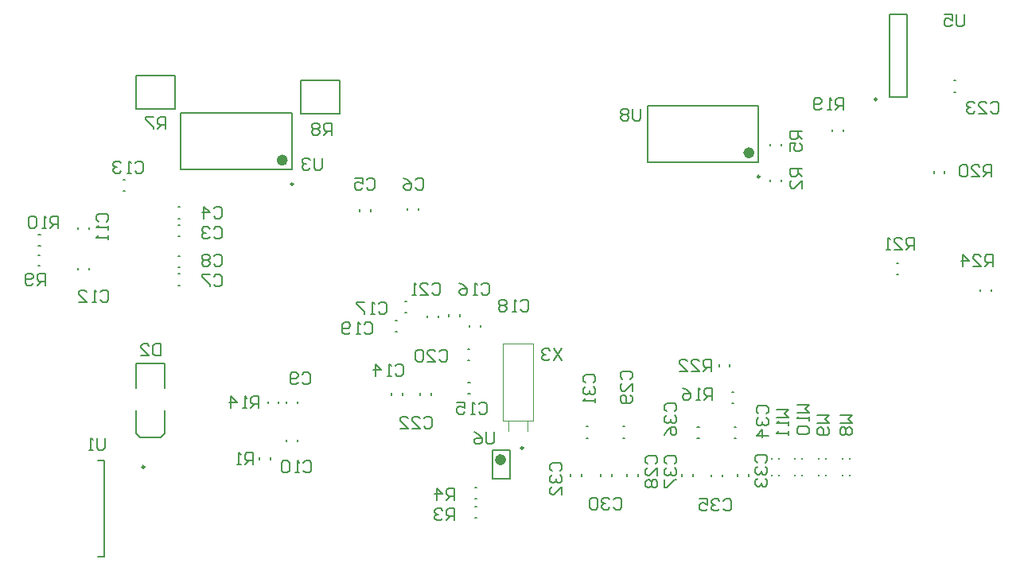
<source format=gbo>
%FSAX24Y24*%
%MOIN*%
G70*
G01*
G75*
G04 Layer_Color=32896*
%ADD10C,0.0100*%
%ADD11R,0.1378X0.0748*%
%ADD12R,0.1732X0.0866*%
%ADD13O,0.0276X0.0984*%
%ADD14R,0.0118X0.0591*%
%ADD15R,0.0591X0.0118*%
%ADD16C,0.0394*%
%ADD17R,0.0472X0.0532*%
%ADD18R,0.0532X0.0472*%
%ADD19R,0.1969X0.2756*%
%ADD20R,0.0551X0.0472*%
%ADD21R,0.0472X0.0551*%
%ADD22R,0.0787X0.0571*%
%ADD23R,0.0591X0.0315*%
%ADD24R,0.0177X0.0453*%
%ADD25C,0.0300*%
%ADD26C,0.0120*%
%ADD27C,0.0591*%
%ADD28C,0.0787*%
%ADD29C,0.0472*%
%ADD30C,0.0650*%
%ADD31C,0.0630*%
%ADD32R,0.0787X0.0787*%
%ADD33C,0.0600*%
%ADD34R,0.0728X0.0728*%
%ADD35C,0.0728*%
%ADD36C,0.1161*%
%ADD37C,0.1043*%
%ADD38C,0.0591*%
%ADD39R,0.0591X0.0591*%
%ADD40R,0.0650X0.0650*%
%ADD41C,0.0984*%
%ADD42R,0.0984X0.0984*%
%ADD43R,0.0591X0.0591*%
%ADD44C,0.1181*%
%ADD45R,0.0591X0.0591*%
%ADD46O,0.1890X0.0787*%
%ADD47O,0.0787X0.1890*%
%ADD48C,0.0240*%
%ADD49R,0.0906X0.0906*%
%ADD50R,0.1634X0.0374*%
%ADD51R,0.3701X0.3228*%
%ADD52O,0.0236X0.0906*%
%ADD53R,0.0374X0.0335*%
%ADD54O,0.0709X0.0177*%
%ADD55O,0.0866X0.0236*%
%ADD56C,0.0200*%
%ADD57C,0.0079*%
%ADD58C,0.0050*%
%ADD59C,0.0098*%
%ADD60C,0.0236*%
%ADD61C,0.0039*%
%ADD62C,0.0080*%
%ADD63C,0.0059*%
%ADD64R,0.1614X0.0748*%
%ADD65R,0.1458X0.0828*%
%ADD66R,0.1812X0.0946*%
%ADD67O,0.0356X0.1064*%
%ADD68R,0.0198X0.0671*%
%ADD69R,0.0671X0.0198*%
%ADD70C,0.0474*%
%ADD71R,0.0552X0.0612*%
%ADD72R,0.0612X0.0552*%
%ADD73R,0.2049X0.2836*%
%ADD74R,0.0631X0.0552*%
%ADD75R,0.0552X0.0631*%
%ADD76R,0.0867X0.0651*%
%ADD77R,0.0671X0.0395*%
%ADD78R,0.0257X0.0533*%
%ADD79C,0.0671*%
%ADD80C,0.0867*%
%ADD81C,0.0552*%
%ADD82C,0.0730*%
%ADD83C,0.0710*%
%ADD84R,0.0867X0.0867*%
%ADD85C,0.0680*%
%ADD86R,0.0808X0.0808*%
%ADD87C,0.0808*%
%ADD88C,0.1241*%
%ADD89C,0.1123*%
%ADD90C,0.0671*%
%ADD91R,0.0671X0.0671*%
%ADD92R,0.0730X0.0730*%
%ADD93C,0.1064*%
%ADD94R,0.1064X0.1064*%
%ADD95R,0.0671X0.0671*%
%ADD96C,0.1261*%
%ADD97R,0.0671X0.0671*%
%ADD98O,0.1970X0.0867*%
%ADD99O,0.0867X0.1970*%
%ADD100C,0.0320*%
%ADD101R,0.0986X0.0986*%
%ADD102R,0.1714X0.0454*%
%ADD103R,0.3781X0.3308*%
%ADD104O,0.0316X0.0986*%
%ADD105R,0.0454X0.0415*%
%ADD106O,0.0789X0.0257*%
%ADD107O,0.0946X0.0316*%
D57*
X062224Y026665D02*
Y026744D01*
X062676Y026665D02*
Y026744D01*
X026840Y023632D02*
X028060D01*
X027883Y020522D02*
X028060Y020699D01*
X026840D02*
X027017Y020522D01*
X027883D01*
X028060Y022608D02*
Y023632D01*
X026840Y022608D02*
Y023632D01*
Y020699D02*
Y021663D01*
X028060Y020699D02*
Y021663D01*
X039236Y022306D02*
Y022385D01*
X038764Y022306D02*
Y022385D01*
X039064Y025556D02*
Y025635D01*
X039536Y025556D02*
Y025635D01*
X040756Y024236D02*
X040835D01*
X040756Y023764D02*
X040835D01*
X050186Y018906D02*
Y018985D01*
X049714Y018906D02*
Y018985D01*
X037715Y024964D02*
X037794D01*
X037715Y025436D02*
X037794D01*
X041286Y025156D02*
Y025235D01*
X040814Y025156D02*
Y025235D01*
X038106Y025764D02*
X038185D01*
X038106Y026236D02*
X038185D01*
X039964Y025606D02*
Y025685D01*
X040436Y025606D02*
Y025685D01*
X040765Y022836D02*
X040844D01*
X040765Y022364D02*
X040844D01*
X038036Y022315D02*
Y022394D01*
X037564Y022315D02*
Y022394D01*
X050365Y020505D02*
X050444D01*
X050365Y020978D02*
X050444D01*
X051436Y018898D02*
Y018976D01*
X050964Y018898D02*
Y018976D01*
X051906Y020978D02*
X051985D01*
X051906Y020505D02*
X051985D01*
X052536Y018906D02*
Y018985D01*
X052064Y018906D02*
Y018985D01*
X026306Y030864D02*
X026385D01*
X026306Y031336D02*
X026385D01*
X024886Y027565D02*
Y027644D01*
X024414Y027565D02*
Y027644D01*
X024886Y029256D02*
Y029335D01*
X024414Y029256D02*
Y029335D01*
X033636Y020361D02*
Y020439D01*
X033164Y020361D02*
Y020439D01*
X033164Y021961D02*
Y022039D01*
X033636Y021961D02*
Y022039D01*
X028606Y028136D02*
X028685D01*
X028606Y027664D02*
X028685D01*
X028606Y027386D02*
X028685D01*
X028606Y026914D02*
X028685D01*
X038686Y030061D02*
Y030139D01*
X038214Y030061D02*
Y030139D01*
X036686Y030011D02*
Y030089D01*
X036214Y030011D02*
Y030089D01*
X028606Y030186D02*
X028685D01*
X028606Y029714D02*
X028685D01*
X028606Y029436D02*
X028685D01*
X028606Y028964D02*
X028685D01*
X032374Y021965D02*
Y022044D01*
X032826Y021965D02*
Y022044D01*
X051811Y021974D02*
X051889D01*
X051811Y022426D02*
X051889D01*
X022761Y028574D02*
X022839D01*
X022761Y029026D02*
X022839D01*
X022756Y027724D02*
X022835D01*
X022756Y028176D02*
X022835D01*
X032476Y019611D02*
Y019689D01*
X032024Y019611D02*
Y019689D01*
X025251Y019558D02*
X025527D01*
Y015542D02*
Y019558D01*
X025251Y015542D02*
X025527D01*
X035399Y034098D02*
Y035515D01*
X033746Y034098D02*
Y035515D01*
Y034098D02*
X035399D01*
X033746Y035515D02*
X035399D01*
X028499Y034298D02*
Y035715D01*
X026846Y034298D02*
Y035715D01*
Y034298D02*
X028499D01*
X026846Y035715D02*
X028499D01*
X028727Y031759D02*
Y034122D01*
X033373Y031759D02*
Y034122D01*
X028727D02*
X033373D01*
X028727Y031759D02*
X033373D01*
X048277Y032069D02*
Y034431D01*
X052923Y032069D02*
Y034431D01*
X048277D02*
X052923D01*
X048277Y032069D02*
X052923D01*
X045536Y018915D02*
Y018994D01*
X045064Y018915D02*
Y018994D01*
X045715Y020514D02*
X045794D01*
X045715Y020986D02*
X045794D01*
X046786Y018906D02*
Y018985D01*
X046314Y018906D02*
Y018985D01*
X047256Y020986D02*
X047335D01*
X047256Y020514D02*
X047335D01*
X047886Y018915D02*
Y018994D01*
X047414Y018915D02*
Y018994D01*
X061111Y035486D02*
X061189D01*
X061111Y035014D02*
X061189D01*
X058711Y027374D02*
X058789D01*
X058711Y027826D02*
X058789D01*
X054748Y018936D02*
Y018975D01*
X054452Y018936D02*
Y018975D01*
Y019625D02*
Y019664D01*
X054748Y019625D02*
Y019664D01*
X053798Y018936D02*
Y018975D01*
X053502Y018936D02*
Y018975D01*
Y019625D02*
Y019664D01*
X053798Y019625D02*
Y019664D01*
X056748Y018936D02*
Y018975D01*
X056452Y018936D02*
Y018975D01*
Y019625D02*
Y019664D01*
X056748Y019625D02*
Y019664D01*
X055748Y018936D02*
Y018975D01*
X055452Y018936D02*
Y018975D01*
Y019625D02*
Y019664D01*
X055748Y019625D02*
Y019664D01*
X041056Y017626D02*
X041135D01*
X041056Y017174D02*
X041135D01*
X041056Y018426D02*
X041135D01*
X041056Y017974D02*
X041135D01*
X042514Y018809D02*
Y019991D01*
X041786Y018809D02*
Y019991D01*
X042514D01*
X041786Y018809D02*
X042514D01*
X051726Y023511D02*
Y023589D01*
X051274Y023511D02*
Y023589D01*
X053424Y032761D02*
Y032839D01*
X053876Y032761D02*
Y032839D01*
Y031265D02*
Y031344D01*
X053424Y031265D02*
Y031344D01*
X056024Y033354D02*
Y033433D01*
X056476Y033354D02*
Y033433D01*
X058432Y034806D02*
Y038270D01*
X059141Y034806D02*
Y038270D01*
X058432Y034806D02*
X059141D01*
X058432Y038270D02*
X059141D01*
X060274Y031608D02*
Y031687D01*
X060726Y031608D02*
Y031687D01*
D59*
X027210Y019292D02*
G03*
X027210Y019292I-000049J000000D01*
G01*
X033434Y031149D02*
G03*
X033434Y031149I-000049J000000D01*
G01*
X052984Y031459D02*
G03*
X052984Y031459I-000049J000000D01*
G01*
X043075Y020089D02*
G03*
X043075Y020089I-000049J000000D01*
G01*
X057891Y034704D02*
G03*
X057891Y034704I-000049J000000D01*
G01*
D60*
X033097Y032153D02*
G03*
X033097Y032153I-000118J000000D01*
G01*
X052647Y032463D02*
G03*
X052647Y032463I-000118J000000D01*
G01*
X042239Y019597D02*
G03*
X042239Y019597I-000118J000000D01*
G01*
D61*
X043486Y021237D02*
Y024466D01*
X042226Y021237D02*
Y024466D01*
Y021237D02*
X043486D01*
X042226Y024466D02*
X043486D01*
X043256Y020800D02*
Y021237D01*
X042456Y020800D02*
Y021237D01*
D62*
X062750Y027690D02*
Y028190D01*
X062500D01*
X062417Y028107D01*
Y027940D01*
X062500Y027857D01*
X062750D01*
X062583D02*
X062417Y027690D01*
X061917D02*
X062250D01*
X061917Y028023D01*
Y028107D01*
X062000Y028190D01*
X062167D01*
X062250Y028107D01*
X061500Y027690D02*
Y028190D01*
X061750Y027940D01*
X061417D01*
X054750Y033350D02*
X054250D01*
Y033100D01*
X054333Y033017D01*
X054500D01*
X054583Y033100D01*
Y033350D01*
Y033183D02*
X054750Y033017D01*
X054250Y032517D02*
Y032850D01*
X054500D01*
X054417Y032684D01*
Y032600D01*
X054500Y032517D01*
X054667D01*
X054750Y032600D01*
Y032767D01*
X054667Y032850D01*
X054750Y031800D02*
X054250D01*
Y031550D01*
X054333Y031467D01*
X054500D01*
X054583Y031550D01*
Y031800D01*
Y031633D02*
X054750Y031467D01*
Y030967D02*
Y031300D01*
X054417Y030967D01*
X054333D01*
X054250Y031050D01*
Y031217D01*
X054333Y031300D01*
X030117Y029267D02*
X030200Y029350D01*
X030367D01*
X030450Y029267D01*
Y028933D01*
X030367Y028850D01*
X030200D01*
X030117Y028933D01*
X029950Y029267D02*
X029867Y029350D01*
X029700D01*
X029617Y029267D01*
Y029183D01*
X029700Y029100D01*
X029784D01*
X029700D01*
X029617Y029017D01*
Y028933D01*
X029700Y028850D01*
X029867D01*
X029950Y028933D01*
X030117Y030117D02*
X030200Y030200D01*
X030367D01*
X030450Y030117D01*
Y029783D01*
X030367Y029700D01*
X030200D01*
X030117Y029783D01*
X029700Y029700D02*
Y030200D01*
X029950Y029950D01*
X029617D01*
X036517Y031317D02*
X036600Y031400D01*
X036767D01*
X036850Y031317D01*
Y030983D01*
X036767Y030900D01*
X036600D01*
X036517Y030983D01*
X036017Y031400D02*
X036350D01*
Y031150D01*
X036184Y031233D01*
X036100D01*
X036017Y031150D01*
Y030983D01*
X036100Y030900D01*
X036267D01*
X036350Y030983D01*
X038567Y031317D02*
X038650Y031400D01*
X038817D01*
X038900Y031317D01*
Y030983D01*
X038817Y030900D01*
X038650D01*
X038567Y030983D01*
X038067Y031400D02*
X038234Y031317D01*
X038400Y031150D01*
Y030983D01*
X038317Y030900D01*
X038150D01*
X038067Y030983D01*
Y031067D01*
X038150Y031150D01*
X038400D01*
X030117Y027267D02*
X030200Y027350D01*
X030367D01*
X030450Y027267D01*
Y026933D01*
X030367Y026850D01*
X030200D01*
X030117Y026933D01*
X029950Y027350D02*
X029617D01*
Y027267D01*
X029950Y026933D01*
Y026850D01*
X030117Y028117D02*
X030200Y028200D01*
X030367D01*
X030450Y028117D01*
Y027783D01*
X030367Y027700D01*
X030200D01*
X030117Y027783D01*
X029950Y028117D02*
X029867Y028200D01*
X029700D01*
X029617Y028117D01*
Y028033D01*
X029700Y027950D01*
X029617Y027867D01*
Y027783D01*
X029700Y027700D01*
X029867D01*
X029950Y027783D01*
Y027867D01*
X029867Y027950D01*
X029950Y028033D01*
Y028117D01*
X029867Y027950D02*
X029700D01*
X033817Y023167D02*
X033900Y023250D01*
X034067D01*
X034150Y023167D01*
Y022833D01*
X034067Y022750D01*
X033900D01*
X033817Y022833D01*
X033650D02*
X033567Y022750D01*
X033400D01*
X033317Y022833D01*
Y023167D01*
X033400Y023250D01*
X033567D01*
X033650Y023167D01*
Y023083D01*
X033567Y023000D01*
X033317D01*
X033867Y019467D02*
X033950Y019550D01*
X034117D01*
X034200Y019467D01*
Y019133D01*
X034117Y019050D01*
X033950D01*
X033867Y019133D01*
X033700Y019050D02*
X033534D01*
X033617D01*
Y019550D01*
X033700Y019467D01*
X033284D02*
X033200Y019550D01*
X033034D01*
X032950Y019467D01*
Y019133D01*
X033034Y019050D01*
X033200D01*
X033284Y019133D01*
Y019467D01*
X025283Y029567D02*
X025200Y029650D01*
Y029817D01*
X025283Y029900D01*
X025617D01*
X025700Y029817D01*
Y029650D01*
X025617Y029567D01*
X025700Y029400D02*
Y029234D01*
Y029317D01*
X025200D01*
X025283Y029400D01*
X025700Y028984D02*
Y028817D01*
Y028900D01*
X025200D01*
X025283Y028984D01*
X025367Y026617D02*
X025450Y026700D01*
X025617D01*
X025700Y026617D01*
Y026283D01*
X025617Y026200D01*
X025450D01*
X025367Y026283D01*
X025200Y026200D02*
X025034D01*
X025117D01*
Y026700D01*
X025200Y026617D01*
X024450Y026200D02*
X024784D01*
X024450Y026533D01*
Y026617D01*
X024534Y026700D01*
X024700D01*
X024784Y026617D01*
X026817Y032017D02*
X026900Y032100D01*
X027067D01*
X027150Y032017D01*
Y031683D01*
X027067Y031600D01*
X026900D01*
X026817Y031683D01*
X026650Y031600D02*
X026484D01*
X026567D01*
Y032100D01*
X026650Y032017D01*
X026234D02*
X026150Y032100D01*
X025984D01*
X025900Y032017D01*
Y031933D01*
X025984Y031850D01*
X026067D01*
X025984D01*
X025900Y031767D01*
Y031683D01*
X025984Y031600D01*
X026150D01*
X026234Y031683D01*
X052883Y019467D02*
X052800Y019550D01*
Y019717D01*
X052883Y019800D01*
X053217D01*
X053300Y019717D01*
Y019550D01*
X053217Y019467D01*
X052883Y019300D02*
X052800Y019217D01*
Y019050D01*
X052883Y018967D01*
X052967D01*
X053050Y019050D01*
Y019134D01*
Y019050D01*
X053133Y018967D01*
X053217D01*
X053300Y019050D01*
Y019217D01*
X053217Y019300D01*
X052883Y018800D02*
X052800Y018717D01*
Y018550D01*
X052883Y018467D01*
X052967D01*
X053050Y018550D01*
Y018634D01*
Y018550D01*
X053133Y018467D01*
X053217D01*
X053300Y018550D01*
Y018717D01*
X053217Y018800D01*
X052933Y021517D02*
X052850Y021600D01*
Y021767D01*
X052933Y021850D01*
X053267D01*
X053350Y021767D01*
Y021600D01*
X053267Y021517D01*
X052933Y021350D02*
X052850Y021267D01*
Y021100D01*
X052933Y021017D01*
X053017D01*
X053100Y021100D01*
Y021184D01*
Y021100D01*
X053183Y021017D01*
X053267D01*
X053350Y021100D01*
Y021267D01*
X053267Y021350D01*
X053350Y020600D02*
X052850D01*
X053100Y020850D01*
Y020517D01*
X051467Y017867D02*
X051550Y017950D01*
X051717D01*
X051800Y017867D01*
Y017533D01*
X051717Y017450D01*
X051550D01*
X051467Y017533D01*
X051300Y017867D02*
X051217Y017950D01*
X051050D01*
X050967Y017867D01*
Y017783D01*
X051050Y017700D01*
X051134D01*
X051050D01*
X050967Y017617D01*
Y017533D01*
X051050Y017450D01*
X051217D01*
X051300Y017533D01*
X050467Y017950D02*
X050800D01*
Y017700D01*
X050634Y017783D01*
X050550D01*
X050467Y017700D01*
Y017533D01*
X050550Y017450D01*
X050717D01*
X050800Y017533D01*
X049083Y021617D02*
X049000Y021700D01*
Y021867D01*
X049083Y021950D01*
X049417D01*
X049500Y021867D01*
Y021700D01*
X049417Y021617D01*
X049083Y021450D02*
X049000Y021367D01*
Y021200D01*
X049083Y021117D01*
X049167D01*
X049250Y021200D01*
Y021284D01*
Y021200D01*
X049333Y021117D01*
X049417D01*
X049500Y021200D01*
Y021367D01*
X049417Y021450D01*
X049000Y020617D02*
X049083Y020784D01*
X049250Y020950D01*
X049417D01*
X049500Y020867D01*
Y020700D01*
X049417Y020617D01*
X049333D01*
X049250Y020700D01*
Y020950D01*
X037717Y023517D02*
X037800Y023600D01*
X037967D01*
X038050Y023517D01*
Y023183D01*
X037967Y023100D01*
X037800D01*
X037717Y023183D01*
X037550Y023100D02*
X037384D01*
X037467D01*
Y023600D01*
X037550Y023517D01*
X036884Y023100D02*
Y023600D01*
X037134Y023350D01*
X036800D01*
X041217Y021917D02*
X041300Y022000D01*
X041467D01*
X041550Y021917D01*
Y021583D01*
X041467Y021500D01*
X041300D01*
X041217Y021583D01*
X041050Y021500D02*
X040884D01*
X040967D01*
Y022000D01*
X041050Y021917D01*
X040300Y022000D02*
X040634D01*
Y021750D01*
X040467Y021833D01*
X040384D01*
X040300Y021750D01*
Y021583D01*
X040384Y021500D01*
X040550D01*
X040634Y021583D01*
X041317Y026917D02*
X041400Y027000D01*
X041567D01*
X041650Y026917D01*
Y026583D01*
X041567Y026500D01*
X041400D01*
X041317Y026583D01*
X041150Y026500D02*
X040984D01*
X041067D01*
Y027000D01*
X041150Y026917D01*
X040400Y027000D02*
X040567Y026917D01*
X040734Y026750D01*
Y026583D01*
X040650Y026500D01*
X040484D01*
X040400Y026583D01*
Y026667D01*
X040484Y026750D01*
X040734D01*
X037017Y026117D02*
X037100Y026200D01*
X037267D01*
X037350Y026117D01*
Y025783D01*
X037267Y025700D01*
X037100D01*
X037017Y025783D01*
X036850Y025700D02*
X036684D01*
X036767D01*
Y026200D01*
X036850Y026117D01*
X036434Y026200D02*
X036100D01*
Y026117D01*
X036434Y025783D01*
Y025700D01*
X042967Y026217D02*
X043050Y026300D01*
X043217D01*
X043300Y026217D01*
Y025883D01*
X043217Y025800D01*
X043050D01*
X042967Y025883D01*
X042800Y025800D02*
X042634D01*
X042717D01*
Y026300D01*
X042800Y026217D01*
X042384D02*
X042300Y026300D01*
X042134D01*
X042050Y026217D01*
Y026133D01*
X042134Y026050D01*
X042050Y025967D01*
Y025883D01*
X042134Y025800D01*
X042300D01*
X042384Y025883D01*
Y025967D01*
X042300Y026050D01*
X042384Y026133D01*
Y026217D01*
X042300Y026050D02*
X042134D01*
X036417Y025267D02*
X036500Y025350D01*
X036667D01*
X036750Y025267D01*
Y024933D01*
X036667Y024850D01*
X036500D01*
X036417Y024933D01*
X036250Y024850D02*
X036084D01*
X036167D01*
Y025350D01*
X036250Y025267D01*
X035834Y024933D02*
X035750Y024850D01*
X035584D01*
X035500Y024933D01*
Y025267D01*
X035584Y025350D01*
X035750D01*
X035834Y025267D01*
Y025183D01*
X035750Y025100D01*
X035500D01*
X049083Y019417D02*
X049000Y019500D01*
Y019667D01*
X049083Y019750D01*
X049417D01*
X049500Y019667D01*
Y019500D01*
X049417Y019417D01*
X049083Y019250D02*
X049000Y019167D01*
Y019000D01*
X049083Y018917D01*
X049167D01*
X049250Y019000D01*
Y019084D01*
Y019000D01*
X049333Y018917D01*
X049417D01*
X049500Y019000D01*
Y019167D01*
X049417Y019250D01*
X049000Y018750D02*
Y018417D01*
X049083D01*
X049417Y018750D01*
X049500D01*
X039567Y024117D02*
X039650Y024200D01*
X039817D01*
X039900Y024117D01*
Y023783D01*
X039817Y023700D01*
X039650D01*
X039567Y023783D01*
X039067Y023700D02*
X039400D01*
X039067Y024033D01*
Y024117D01*
X039150Y024200D01*
X039317D01*
X039400Y024117D01*
X038900D02*
X038817Y024200D01*
X038650D01*
X038567Y024117D01*
Y023783D01*
X038650Y023700D01*
X038817D01*
X038900Y023783D01*
Y024117D01*
X039267Y026917D02*
X039350Y027000D01*
X039517D01*
X039600Y026917D01*
Y026583D01*
X039517Y026500D01*
X039350D01*
X039267Y026583D01*
X038767Y026500D02*
X039100D01*
X038767Y026833D01*
Y026917D01*
X038850Y027000D01*
X039017D01*
X039100Y026917D01*
X038600Y026500D02*
X038434D01*
X038517D01*
Y027000D01*
X038600Y026917D01*
X038917Y021317D02*
X039000Y021400D01*
X039167D01*
X039250Y021317D01*
Y020983D01*
X039167Y020900D01*
X039000D01*
X038917Y020983D01*
X038417Y020900D02*
X038750D01*
X038417Y021233D01*
Y021317D01*
X038500Y021400D01*
X038667D01*
X038750Y021317D01*
X037917Y020900D02*
X038250D01*
X037917Y021233D01*
Y021317D01*
X038000Y021400D01*
X038167D01*
X038250Y021317D01*
X062667Y034517D02*
X062750Y034600D01*
X062917D01*
X063000Y034517D01*
Y034183D01*
X062917Y034100D01*
X062750D01*
X062667Y034183D01*
X062167Y034100D02*
X062500D01*
X062167Y034433D01*
Y034517D01*
X062250Y034600D01*
X062417D01*
X062500Y034517D01*
X062000D02*
X061917Y034600D01*
X061750D01*
X061667Y034517D01*
Y034433D01*
X061750Y034350D01*
X061834D01*
X061750D01*
X061667Y034267D01*
Y034183D01*
X061750Y034100D01*
X061917D01*
X062000Y034183D01*
X027900Y024450D02*
Y023950D01*
X027650D01*
X027567Y024033D01*
Y024367D01*
X027650Y024450D01*
X027900D01*
X027067Y023950D02*
X027400D01*
X027067Y024283D01*
Y024367D01*
X027150Y024450D01*
X027317D01*
X027400Y024367D01*
X031750Y019396D02*
Y019896D01*
X031500D01*
X031417Y019812D01*
Y019646D01*
X031500Y019562D01*
X031750D01*
X031583D02*
X031417Y019396D01*
X031250D02*
X031084D01*
X031167D01*
Y019896D01*
X031250Y019812D01*
X028100Y033450D02*
Y033950D01*
X027850D01*
X027767Y033867D01*
Y033700D01*
X027850Y033617D01*
X028100D01*
X027933D02*
X027767Y033450D01*
X027600Y033950D02*
X027267D01*
Y033867D01*
X027600Y033533D01*
Y033450D01*
X035045Y033200D02*
Y033700D01*
X034795D01*
X034712Y033617D01*
Y033450D01*
X034795Y033367D01*
X035045D01*
X034878D02*
X034712Y033200D01*
X034545Y033617D02*
X034462Y033700D01*
X034295D01*
X034212Y033617D01*
Y033533D01*
X034295Y033450D01*
X034212Y033367D01*
Y033283D01*
X034295Y033200D01*
X034462D01*
X034545Y033283D01*
Y033367D01*
X034462Y033450D01*
X034545Y033533D01*
Y033617D01*
X034462Y033450D02*
X034295D01*
X023050Y026900D02*
Y027400D01*
X022800D01*
X022717Y027317D01*
Y027150D01*
X022800Y027067D01*
X023050D01*
X022883D02*
X022717Y026900D01*
X022550Y026983D02*
X022467Y026900D01*
X022300D01*
X022217Y026983D01*
Y027317D01*
X022300Y027400D01*
X022467D01*
X022550Y027317D01*
Y027233D01*
X022467Y027150D01*
X022217D01*
X023600Y029300D02*
Y029800D01*
X023350D01*
X023267Y029717D01*
Y029550D01*
X023350Y029467D01*
X023600D01*
X023433D02*
X023267Y029300D01*
X023100D02*
X022934D01*
X023017D01*
Y029800D01*
X023100Y029717D01*
X022684D02*
X022600Y029800D01*
X022434D01*
X022350Y029717D01*
Y029383D01*
X022434Y029300D01*
X022600D01*
X022684Y029383D01*
Y029717D01*
X051000Y022100D02*
Y022600D01*
X050750D01*
X050667Y022517D01*
Y022350D01*
X050750Y022267D01*
X051000D01*
X050833D02*
X050667Y022100D01*
X050500D02*
X050334D01*
X050417D01*
Y022600D01*
X050500Y022517D01*
X049750Y022600D02*
X049917Y022517D01*
X050084Y022350D01*
Y022183D01*
X050000Y022100D01*
X049834D01*
X049750Y022183D01*
Y022267D01*
X049834Y022350D01*
X050084D01*
X025550Y020500D02*
Y020083D01*
X025467Y020000D01*
X025300D01*
X025217Y020083D01*
Y020500D01*
X025050Y020000D02*
X024884D01*
X024967D01*
Y020500D01*
X025050Y020417D01*
X048000Y034300D02*
Y033883D01*
X047917Y033800D01*
X047750D01*
X047667Y033883D01*
Y034300D01*
X047500Y034217D02*
X047417Y034300D01*
X047250D01*
X047167Y034217D01*
Y034133D01*
X047250Y034050D01*
X047167Y033967D01*
Y033883D01*
X047250Y033800D01*
X047417D01*
X047500Y033883D01*
Y033967D01*
X047417Y034050D01*
X047500Y034133D01*
Y034217D01*
X047417Y034050D02*
X047250D01*
X034643Y032243D02*
Y031826D01*
X034560Y031743D01*
X034393D01*
X034310Y031826D01*
Y032243D01*
X034143Y032159D02*
X034060Y032243D01*
X033893D01*
X033810Y032159D01*
Y032076D01*
X033893Y031993D01*
X033976D01*
X033893D01*
X033810Y031909D01*
Y031826D01*
X033893Y031743D01*
X034060D01*
X034143Y031826D01*
X032000Y021750D02*
Y022250D01*
X031750D01*
X031667Y022167D01*
Y022000D01*
X031750Y021917D01*
X032000D01*
X031833D02*
X031667Y021750D01*
X031500D02*
X031334D01*
X031417D01*
Y022250D01*
X031500Y022167D01*
X030834Y021750D02*
Y022250D01*
X031084Y022000D01*
X030750D01*
X059446Y028400D02*
Y028900D01*
X059196D01*
X059112Y028817D01*
Y028650D01*
X059196Y028567D01*
X059446D01*
X059279D02*
X059112Y028400D01*
X058613D02*
X058946D01*
X058613Y028733D01*
Y028817D01*
X058696Y028900D01*
X058863D01*
X058946Y028817D01*
X058446Y028400D02*
X058279D01*
X058363D01*
Y028900D01*
X058446Y028817D01*
X040200Y017900D02*
Y018400D01*
X039950D01*
X039867Y018317D01*
Y018150D01*
X039950Y018067D01*
X040200D01*
X040033D02*
X039867Y017900D01*
X039450D02*
Y018400D01*
X039700Y018150D01*
X039367D01*
X040200Y017050D02*
Y017550D01*
X039950D01*
X039867Y017467D01*
Y017300D01*
X039950Y017217D01*
X040200D01*
X040033D02*
X039867Y017050D01*
X039700Y017467D02*
X039617Y017550D01*
X039450D01*
X039367Y017467D01*
Y017383D01*
X039450Y017300D01*
X039534D01*
X039450D01*
X039367Y017217D01*
Y017133D01*
X039450Y017050D01*
X039617D01*
X039700Y017133D01*
X041850Y020750D02*
Y020333D01*
X041767Y020250D01*
X041600D01*
X041517Y020333D01*
Y020750D01*
X041017D02*
X041184Y020667D01*
X041350Y020500D01*
Y020333D01*
X041267Y020250D01*
X041100D01*
X041017Y020333D01*
Y020417D01*
X041100Y020500D01*
X041350D01*
X044700Y024250D02*
X044367Y023750D01*
Y024250D02*
X044700Y023750D01*
X044200Y024167D02*
X044117Y024250D01*
X043950D01*
X043867Y024167D01*
Y024083D01*
X043950Y024000D01*
X044034D01*
X043950D01*
X043867Y023917D01*
Y023833D01*
X043950Y023750D01*
X044117D01*
X044200Y023833D01*
X044283Y019117D02*
X044200Y019200D01*
Y019367D01*
X044283Y019450D01*
X044617D01*
X044700Y019367D01*
Y019200D01*
X044617Y019117D01*
X044283Y018950D02*
X044200Y018867D01*
Y018700D01*
X044283Y018617D01*
X044367D01*
X044450Y018700D01*
Y018784D01*
Y018700D01*
X044533Y018617D01*
X044617D01*
X044700Y018700D01*
Y018867D01*
X044617Y018950D01*
X044700Y018117D02*
Y018450D01*
X044367Y018117D01*
X044283D01*
X044200Y018200D01*
Y018367D01*
X044283Y018450D01*
X045683Y022817D02*
X045600Y022900D01*
Y023067D01*
X045683Y023150D01*
X046017D01*
X046100Y023067D01*
Y022900D01*
X046017Y022817D01*
X045683Y022650D02*
X045600Y022567D01*
Y022400D01*
X045683Y022317D01*
X045767D01*
X045850Y022400D01*
Y022484D01*
Y022400D01*
X045933Y022317D01*
X046017D01*
X046100Y022400D01*
Y022567D01*
X046017Y022650D01*
X046100Y022150D02*
Y021984D01*
Y022067D01*
X045600D01*
X045683Y022150D01*
X046867Y017917D02*
X046950Y018000D01*
X047117D01*
X047200Y017917D01*
Y017583D01*
X047117Y017500D01*
X046950D01*
X046867Y017583D01*
X046700Y017917D02*
X046617Y018000D01*
X046450D01*
X046367Y017917D01*
Y017833D01*
X046450Y017750D01*
X046534D01*
X046450D01*
X046367Y017667D01*
Y017583D01*
X046450Y017500D01*
X046617D01*
X046700Y017583D01*
X046200Y017917D02*
X046117Y018000D01*
X045950D01*
X045867Y017917D01*
Y017583D01*
X045950Y017500D01*
X046117D01*
X046200Y017583D01*
Y017917D01*
X047233Y022967D02*
X047150Y023050D01*
Y023217D01*
X047233Y023300D01*
X047567D01*
X047650Y023217D01*
Y023050D01*
X047567Y022967D01*
X047650Y022467D02*
Y022800D01*
X047317Y022467D01*
X047233D01*
X047150Y022550D01*
Y022717D01*
X047233Y022800D01*
X047567Y022300D02*
X047650Y022217D01*
Y022050D01*
X047567Y021967D01*
X047233D01*
X047150Y022050D01*
Y022217D01*
X047233Y022300D01*
X047317D01*
X047400Y022217D01*
Y021967D01*
X048283Y019417D02*
X048200Y019500D01*
Y019667D01*
X048283Y019750D01*
X048617D01*
X048700Y019667D01*
Y019500D01*
X048617Y019417D01*
X048700Y018917D02*
Y019250D01*
X048367Y018917D01*
X048283D01*
X048200Y019000D01*
Y019167D01*
X048283Y019250D01*
Y018750D02*
X048200Y018667D01*
Y018500D01*
X048283Y018417D01*
X048367D01*
X048450Y018500D01*
X048533Y018417D01*
X048617D01*
X048700Y018500D01*
Y018667D01*
X048617Y018750D01*
X048533D01*
X048450Y018667D01*
X048367Y018750D01*
X048283D01*
X048450Y018667D02*
Y018500D01*
X050950Y023300D02*
Y023800D01*
X050700D01*
X050617Y023717D01*
Y023550D01*
X050700Y023467D01*
X050950D01*
X050783D02*
X050617Y023300D01*
X050117D02*
X050450D01*
X050117Y023633D01*
Y023717D01*
X050200Y023800D01*
X050367D01*
X050450Y023717D01*
X049617Y023300D02*
X049950D01*
X049617Y023633D01*
Y023717D01*
X049700Y023800D01*
X049867D01*
X049950Y023717D01*
X062700Y031450D02*
Y031950D01*
X062450D01*
X062367Y031867D01*
Y031700D01*
X062450Y031617D01*
X062700D01*
X062533D02*
X062367Y031450D01*
X061867D02*
X062200D01*
X061867Y031783D01*
Y031867D01*
X061950Y031950D01*
X062117D01*
X062200Y031867D01*
X061700D02*
X061617Y031950D01*
X061450D01*
X061367Y031867D01*
Y031533D01*
X061450Y031450D01*
X061617D01*
X061700Y031533D01*
Y031867D01*
X061550Y038250D02*
Y037833D01*
X061467Y037750D01*
X061300D01*
X061217Y037833D01*
Y038250D01*
X060717D02*
X061050D01*
Y038000D01*
X060884Y038083D01*
X060800D01*
X060717Y038000D01*
Y037833D01*
X060800Y037750D01*
X060967D01*
X061050Y037833D01*
X056500Y034250D02*
Y034750D01*
X056250D01*
X056167Y034667D01*
Y034500D01*
X056250Y034417D01*
X056500D01*
X056333D02*
X056167Y034250D01*
X056000D02*
X055834D01*
X055917D01*
Y034750D01*
X056000Y034667D01*
X055584Y034333D02*
X055500Y034250D01*
X055334D01*
X055250Y034333D01*
Y034667D01*
X055334Y034750D01*
X055500D01*
X055584Y034667D01*
Y034583D01*
X055500Y034500D01*
X055250D01*
X056350Y021450D02*
X056850D01*
X056683Y021283D01*
X056850Y021117D01*
X056350D01*
X056433Y020950D02*
X056350Y020867D01*
Y020700D01*
X056433Y020617D01*
X056517D01*
X056600Y020700D01*
X056683Y020617D01*
X056767D01*
X056850Y020700D01*
Y020867D01*
X056767Y020950D01*
X056683D01*
X056600Y020867D01*
X056517Y020950D01*
X056433D01*
X056600Y020867D02*
Y020700D01*
X055400Y021450D02*
X055900D01*
X055733Y021283D01*
X055900Y021117D01*
X055400D01*
X055817Y020950D02*
X055900Y020867D01*
Y020700D01*
X055817Y020617D01*
X055483D01*
X055400Y020700D01*
Y020867D01*
X055483Y020950D01*
X055567D01*
X055650Y020867D01*
Y020617D01*
X054550Y021900D02*
X055050D01*
X054883Y021733D01*
X055050Y021567D01*
X054550D01*
X055050Y021400D02*
Y021234D01*
Y021317D01*
X054550D01*
X054633Y021400D01*
Y020984D02*
X054550Y020900D01*
Y020734D01*
X054633Y020650D01*
X054967D01*
X055050Y020734D01*
Y020900D01*
X054967Y020984D01*
X054633D01*
X053700Y021700D02*
X054200D01*
X054033Y021533D01*
X054200Y021367D01*
X053700D01*
X054200Y021200D02*
Y021034D01*
Y021117D01*
X053700D01*
X053783Y021200D01*
X054200Y020784D02*
Y020617D01*
Y020700D01*
X053700D01*
X053783Y020784D01*
M02*

</source>
